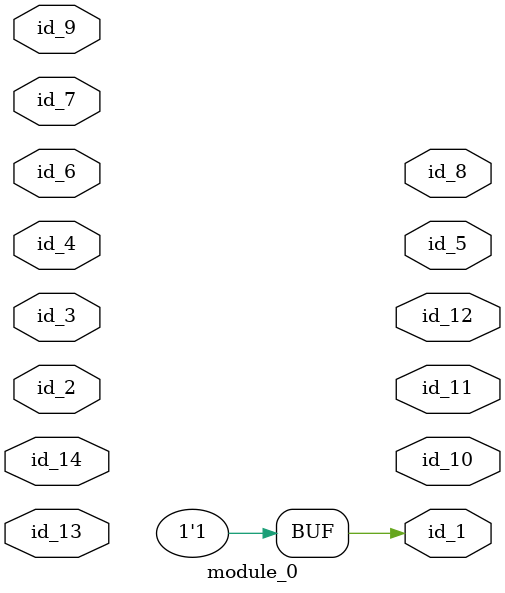
<source format=v>
module module_0 (
    id_1,
    id_2,
    id_3,
    id_4,
    id_5,
    id_6,
    id_7,
    id_8,
    id_9,
    id_10,
    id_11,
    id_12,
    id_13,
    id_14
);
  inout id_14;
  inout id_13;
  output id_12;
  output id_11;
  output id_10;
  input id_9;
  output id_8;
  inout id_7;
  input id_6;
  output id_5;
  input id_4;
  inout id_3;
  inout id_2;
  output id_1;
  assign id_1 = 1;
endmodule

</source>
